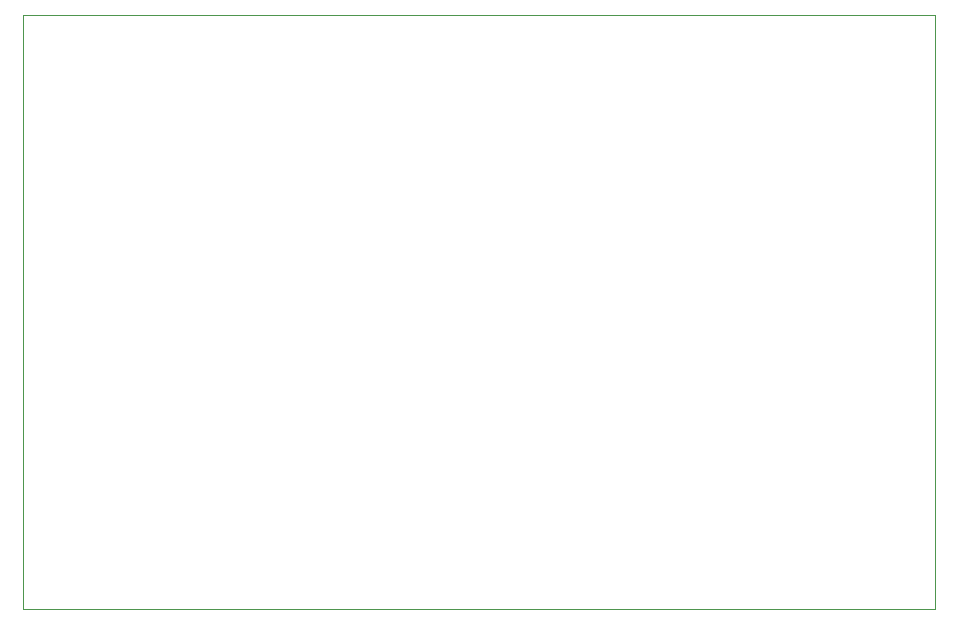
<source format=gbr>
%TF.GenerationSoftware,Altium Limited,Altium Designer,19.1.8 (144)*%
G04 Layer_Color=0*
%FSLAX26Y26*%
%MOIN*%
%TF.FileFunction,Profile,NP*%
%TF.Part,Single*%
G01*
G75*
%TA.AperFunction,Profile*%
%ADD38C,0.001000*%
D38*
X0Y80000D02*
X3040000D01*
Y2060000D01*
X0D01*
Y80000D01*
%TF.MD5,11bae7d5d1eef328003789869b833f8d*%
M02*

</source>
